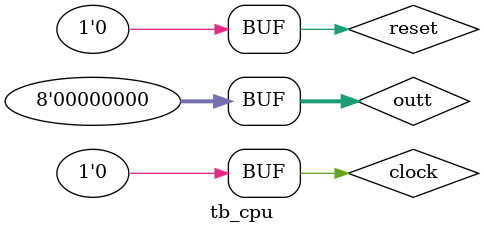
<source format=v>
`timescale 1ns/100ps
module tb_cpu();

reg clock = 0;
initial repeat (10000) #1 clock = ~clock;

reg reset = 1;
wire [7:0] outt = 0;

cpu m0(
	.clk(clock),
	.reset(reset),
	.out(outt));
	
initial begin
#100 reset = 0;
end

endmodule
</source>
